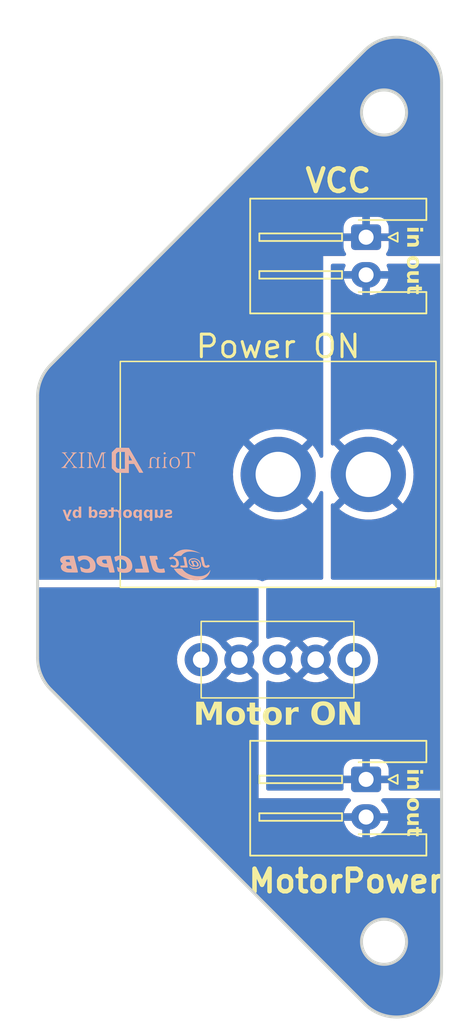
<source format=kicad_pcb>
(kicad_pcb (version 20221018) (generator pcbnew)
  (layers (0 "F.Cu" signal) (31 "B.Cu" signal) (34 "B.Paste" user) (35 "F.Paste" user) (36 "B.SilkS" user "B.Silkscreen") (37 "F.SilkS" user "F.Silkscreen") (38 "B.Mask" user) (39 "F.Mask" user) (44 "Edge.Cuts" user))
  (net 0 "")
  (net 1 "VCCfromPS")
  (net 2 "VCCtoPS")
  (net 3 "MotorPowerfromPS1")
  (net 4 "MotorPowertoPS1")
  (footprint "Connector_JST:JST_XH_S2B-XH-A-1_1x02_P2.50mm_Horizontal" (layer "F.Cu") (at 221.85 80.75 -90)
    (fp_text reference "VCC" (at -3.75 1.85 180) (layer "F.SilkS") (effects (font (size 1.5 1.5) (thickness 0.3) bold)))
    (fp_text value "VCC")
    (pad "1" thru_hole roundrect (at 0 0 270) (size 1.7 2) (drill 1) (layers "*.Cu" "*.Mask") (roundrect_rratio 0.147059) (net 1 "VCCfromPS"))
    (pad "2" thru_hole oval (at 2.5 0 270) (size 1.7 2) (drill 1) (layers "*.Cu" "*.Mask") (net 2 "VCCtoPS"))
  )
  (footprint "@admixFootPrints:ToggleSwitch" (layer "F.Cu") (at 215.96 108.8)
    (fp_text reference "SW2" hide)
    (fp_text value "SW_DPDT_x2")
    (pad "" thru_hole circle (at -5.08 0) (size 2.2 2.2) (drill 1.1) (layers "*.Cu" "*.Mask"))
    (pad "" thru_hole circle (at 5.08 0) (size 2.2 2.2) (drill 1.1) (layers "*.Cu" "*.Mask"))
    (pad "1" thru_hole circle (at -2.54 0) (size 2 2) (drill 1.1) (layers "*.Cu" "*.Mask") (net 4 "MotorPowertoPS1"))
    (pad "2" thru_hole circle (at 0 0) (size 2 2) (drill 1.1) (layers "*.Cu" "*.Mask") (net 3 "MotorPowerfromPS1"))
    (pad "3" thru_hole circle (at 2.54 0) (size 2 2) (drill 1.1) (layers "*.Cu" "*.Mask") (net 3 "MotorPowerfromPS1"))
  )
  (footprint "@admixFootPrints:DS-850K-S-WD" (layer "F.Cu") (at 216 96.5)
    (fp_text reference "Power ON" (at 0 -8.5 unlocked) (layer "F.SilkS") (effects (font (size 1.5 1.5) (thickness 0.2) bold)))
    (fp_text value "SW_DPST_x2")
    (pad "1" thru_hole circle (at 0 0) (size 5 5) (drill 3) (layers "*.Cu" "*.Mask") (net 1 "VCCfromPS"))
    (pad "2" thru_hole circle (at 6 0) (size 5 5) (drill 3) (layers "*.Cu" "*.Mask") (net 2 "VCCtoPS"))
  )
  (footprint "Connector_JST:JST_XH_S2B-XH-A-1_1x02_P2.50mm_Horizontal" (layer "F.Cu") (at 221.85 116.75 -90)
    (fp_text reference "MotorPower" (at 6.75 1.35 180) (layer "F.SilkS") (effects (font (size 1.5 1.5) (thickness 0.3) bold)))
    (fp_text value "MotorPower")
    (pad "1" thru_hole roundrect (at 0 0 270) (size 1.7 2) (drill 1) (layers "*.Cu" "*.Mask") (roundrect_rratio 0.147059) (net 3 "MotorPowerfromPS1"))
    (pad "2" thru_hole oval (at 2.5 0 270) (size 1.7 2) (drill 1) (layers "*.Cu" "*.Mask") (net 4 "MotorPowertoPS1"))
  )
  (footprint "@images:JLCPCB_icon_10mm" (layer "B.Cu") (at 206.5 102.5 180)
    (fp_text reference "G***" hide)
    (fp_text value "LOGO" hide)
  )
  (footprint "@images:2ToinADMIX_LOGO_10mm" (layer "B.Cu") (at 206 95.5 180)
    (fp_text reference "G***" hide)
    (fp_text value "LOGO" hide)
  )
  (gr_line (start 226.870058 129.526912) (end 226.870058 70.473088) (stroke (width 0.2)) (layer "Edge.Cuts"))
  (gr_line (start 221.748738 68.351768) (end 200.87868 89.221825) (stroke (width 0.2)) (layer "Edge.Cuts"))
  (gr_arc (start 200.87868 110.778175) (mid 200.228361 109.804905) (end 200 108.656854) (stroke (width 0.2)) (layer "Edge.Cuts"))
  (gr_line (start 200 91.343146) (end 200 108.656854) (stroke (width 0.2)) (layer "Edge.Cuts"))
  (gr_circle (center 223.043224 127.530757) (end 224.543224 127.530757) (stroke (width 0.2)) (fill none) (layer "Edge.Cuts"))
  (gr_circle (center 223.043224 72.469243) (end 224.543224 72.469243) (stroke (width 0.2)) (fill none) (layer "Edge.Cuts"))
  (gr_arc (start 226.870058 129.526912) (mid 225.0181 132.298558) (end 221.748738 131.648232) (stroke (width 0.2)) (layer "Edge.Cuts"))
  (gr_arc (start 221.748738 68.351768) (mid 225.018087 67.701472) (end 226.870058 70.473088) (stroke (width 0.2)) (layer "Edge.Cuts"))
  (gr_line (start 200.87868 110.778175) (end 221.748738 131.648232) (stroke (width 0.2)) (layer "Edge.Cuts"))
  (gr_arc (start 200 91.343146) (mid 200.228345 90.195084) (end 200.87868 89.221825) (stroke (width 0.2)) (layer "Edge.Cuts"))
  (gr_text "supported by" (at 209 99.5) (layer "B.SilkS") (effects (font (size 0.7 0.7) (thickness 0.125) bold) (justify left bottom mirror)))
  (gr_text "Motor ON" (at 216 112.5) (layer "F.SilkS") (effects (font (size 1.5 1.5) (thickness 0.3) bold)))
  (gr_text "out" (at 225 83.25 270) (layer "F.SilkS") (effects (font (size 1 1) (thickness 0.25) bold)))
  (gr_text "in" (at 225 80.75 270) (layer "F.SilkS") (effects (font (size 1 1) (thickness 0.25) bold)))
  (gr_text "in" (at 225 116.75 270) (layer "F.SilkS") (effects (font (size 1 1) (thickness 0.25) bold)))
  (gr_text "out" (at 225 119.25 270) (layer "F.SilkS") (effects (font (size 1 1) (thickness 0.25) bold)))
  (zone (net 3) (net_name "MotorPowerfromPS1") (layers "F&B.Cu") (priority 2) (connect_pads (clearance 0.5)) (min_thickness 0.25) (fill yes (thermal_gap 0.5) (thermal_bridge_width 0.5))
    (polygon (pts (xy 214.7 104) (xy 227.5 104) (xy 227.5 118) (xy 214.7 118)))
  )
  (zone (net 1) (net_name "VCCfromPS") (layers "F&B.Cu") (priority 1) (connect_pads (clearance 0.5)) (min_thickness 0.25) (fill yes (thermal_gap 0.5) (thermal_bridge_width 0.5))
    (polygon (pts (xy 219 104) (xy 197.5 104) (xy 197.5 65) (xy 227.5 65) (xy 227.5 82) (xy 219 82)))
  )
  (zone (net 4) (net_name "MotorPowertoPS1") (layers "F&B.Cu") (priority 3) (connect_pads (clearance 0.5)) (min_thickness 0.25) (fill yes (thermal_gap 0.5) (thermal_bridge_width 0.5))
    (polygon (pts (xy 214.7 104) (xy 214.7 118) (xy 227.5 118) (xy 227.5 133) (xy 197.5 133) (xy 197.5 104)))
  )
  (zone (net 2) (net_name "VCCtoPS") (layers "F&B.Cu") (connect_pads (clearance 0.5)) (min_thickness 0.25) (fill yes (thermal_gap 0.5) (thermal_bridge_width 0.5))
    (polygon (pts (xy 219 104) (xy 227.5 104) (xy 227.5 82) (xy 219 82)))
  )
)
</source>
